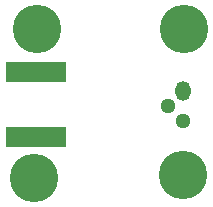
<source format=gbr>
%TF.GenerationSoftware,KiCad,Pcbnew,(5.1.6-0-10_14)*%
%TF.CreationDate,2020-10-21T16:06:14-07:00*%
%TF.ProjectId,photodiode_pcb,70686f74-6f64-4696-9f64-655f7063622e,rev?*%
%TF.SameCoordinates,Original*%
%TF.FileFunction,Soldermask,Bot*%
%TF.FilePolarity,Negative*%
%FSLAX46Y46*%
G04 Gerber Fmt 4.6, Leading zero omitted, Abs format (unit mm)*
G04 Created by KiCad (PCBNEW (5.1.6-0-10_14)) date 2020-10-21 16:06:14*
%MOMM*%
%LPD*%
G01*
G04 APERTURE LIST*
%ADD10R,5.180000X1.700000*%
%ADD11C,4.100000*%
%ADD12O,1.300000X1.300000*%
%ADD13O,1.300000X1.700000*%
G04 APERTURE END LIST*
D10*
%TO.C,J1*%
X138811000Y-97385000D03*
X138811000Y-91845000D03*
%TD*%
D11*
%TO.C,H4*%
X151384000Y-88265000D03*
%TD*%
%TO.C,H3*%
X151257000Y-100584000D03*
%TD*%
%TO.C,H2*%
X138938000Y-88265000D03*
%TD*%
%TO.C,H1*%
X138684000Y-100838000D03*
%TD*%
D12*
%TO.C,D3*%
X151257000Y-96012000D03*
X149987000Y-94742000D03*
D13*
X151257000Y-93472000D03*
%TD*%
M02*

</source>
